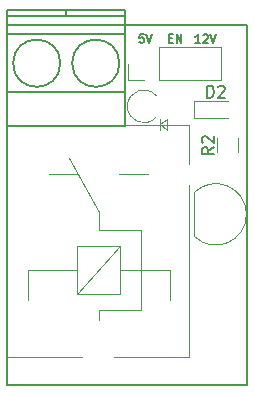
<source format=gto>
G04 #@! TF.FileFunction,Legend,Top*
%FSLAX46Y46*%
G04 Gerber Fmt 4.6, Leading zero omitted, Abs format (unit mm)*
G04 Created by KiCad (PCBNEW 4.0.6+dfsg1-1) date Mon Feb 26 15:54:24 2018*
%MOMM*%
%LPD*%
G01*
G04 APERTURE LIST*
%ADD10C,0.100000*%
%ADD11C,0.175000*%
%ADD12C,0.200000*%
%ADD13C,0.120000*%
%ADD14C,0.150000*%
G04 APERTURE END LIST*
D10*
D11*
X11621787Y29796533D02*
X11288454Y29796533D01*
X11255120Y29463200D01*
X11288454Y29496533D01*
X11355120Y29529867D01*
X11521787Y29529867D01*
X11588454Y29496533D01*
X11621787Y29463200D01*
X11655120Y29396533D01*
X11655120Y29229867D01*
X11621787Y29163200D01*
X11588454Y29129867D01*
X11521787Y29096533D01*
X11355120Y29096533D01*
X11288454Y29129867D01*
X11255120Y29163200D01*
X11855121Y29796533D02*
X12088454Y29096533D01*
X12321787Y29796533D01*
X13778454Y29463200D02*
X14011787Y29463200D01*
X14111787Y29096533D02*
X13778454Y29096533D01*
X13778454Y29796533D01*
X14111787Y29796533D01*
X14411787Y29096533D02*
X14411787Y29796533D01*
X14811787Y29096533D01*
X14811787Y29796533D01*
X16401786Y29096533D02*
X16001786Y29096533D01*
X16201786Y29096533D02*
X16201786Y29796533D01*
X16135120Y29696533D01*
X16068453Y29629867D01*
X16001786Y29596533D01*
X16668453Y29729867D02*
X16701787Y29763200D01*
X16768453Y29796533D01*
X16935120Y29796533D01*
X17001787Y29763200D01*
X17035120Y29729867D01*
X17068453Y29663200D01*
X17068453Y29596533D01*
X17035120Y29496533D01*
X16635120Y29096533D01*
X17068453Y29096533D01*
X17268454Y29796533D02*
X17501787Y29096533D01*
X17735120Y29796533D01*
D12*
X71120Y76200D02*
X20391120Y76200D01*
X20391120Y76200D02*
X20391120Y30556200D01*
X20391120Y30556200D02*
X71120Y30556200D01*
X71120Y30556200D02*
X71120Y76200D01*
D13*
X12658753Y22764930D02*
G75*
G02X12687931Y24598200I-1030633J933270D01*
G01*
X13025120Y22618200D02*
X13025120Y21729200D01*
X13025120Y22173700D02*
X13617787Y22618200D01*
X13617787Y22618200D02*
X13617787Y21729200D01*
X13617787Y21729200D02*
X13025120Y22173700D01*
X12961620Y25927700D02*
X18161620Y25927700D01*
X18161620Y25927700D02*
X18161620Y28707700D01*
X18161620Y28707700D02*
X12961620Y28707700D01*
X12961620Y28707700D02*
X12961620Y25927700D01*
X11691620Y25927700D02*
X10301620Y25927700D01*
X10301620Y25927700D02*
X10301620Y27317700D01*
D14*
X5064120Y31354200D02*
X5064120Y31854200D01*
X4564120Y27354200D02*
G75*
G03X4564120Y27354200I-2000000J0D01*
G01*
X9564120Y27354200D02*
G75*
G03X9564120Y27354200I-2000000J0D01*
G01*
X10064120Y29854200D02*
X64120Y29854200D01*
X10064120Y24954200D02*
X64120Y24954200D01*
X10064120Y31354200D02*
X64120Y31354200D01*
X10064120Y31854200D02*
X64120Y31854200D01*
X64120Y31854200D02*
X64120Y22054200D01*
X64120Y22054200D02*
X10064120Y22054200D01*
X10064120Y22054200D02*
X10064120Y31854200D01*
D13*
X15467320Y18784600D02*
X15467320Y22084600D01*
X15467320Y22084600D02*
X67320Y22084600D01*
X67320Y22084600D02*
X67320Y18734600D01*
X9117320Y2484600D02*
X15467320Y2484600D01*
X15467320Y2484600D02*
X15467320Y17034600D01*
X6367320Y2484600D02*
X67320Y2484600D01*
X67320Y2484600D02*
X67320Y17234600D01*
X117320Y2484600D02*
X6367320Y2484600D01*
X11967320Y17934600D02*
X9517320Y17934600D01*
X3567320Y17934600D02*
X6067320Y17934600D01*
X13817320Y7334600D02*
X13817320Y9834600D01*
X7817320Y6434600D02*
X7817320Y5634600D01*
X1817320Y9834600D02*
X1817320Y7334600D01*
X7817320Y13234600D02*
X7817320Y14734600D01*
X7817320Y14734600D02*
X5317320Y19334600D01*
X11417320Y13234600D02*
X11417320Y6434600D01*
X7817320Y13234600D02*
X11417320Y13234600D01*
X7817320Y6434600D02*
X11417320Y6434600D01*
X1817320Y9834600D02*
X6017320Y9834600D01*
X9617320Y9834600D02*
X13817320Y9834600D01*
X9617320Y11834600D02*
X6017320Y7834600D01*
X9617320Y7834600D02*
X6017320Y7834600D01*
X6017320Y7834600D02*
X6017320Y11834600D01*
X6017320Y11834600D02*
X9617320Y11834600D01*
X9617320Y11834600D02*
X9617320Y7834600D01*
X15874120Y16354200D02*
X15874120Y12754200D01*
X15885642Y16392678D02*
G75*
G02X20324120Y14554200I1838478J-1838478D01*
G01*
X15885642Y12715722D02*
G75*
G03X20324120Y14554200I1838478J1838478D01*
G01*
X15924120Y24144200D02*
X15924120Y22744200D01*
X15924120Y22744200D02*
X18724120Y22744200D01*
X15924120Y24144200D02*
X18724120Y24144200D01*
X19620120Y20996200D02*
X19620120Y19796200D01*
X17860120Y19796200D02*
X17860120Y20996200D01*
D14*
X16986025Y24441819D02*
X16986025Y25441819D01*
X17224120Y25441819D01*
X17366978Y25394200D01*
X17462216Y25298962D01*
X17509835Y25203724D01*
X17557454Y25013248D01*
X17557454Y24870390D01*
X17509835Y24679914D01*
X17462216Y24584676D01*
X17366978Y24489438D01*
X17224120Y24441819D01*
X16986025Y24441819D01*
X17938406Y25346581D02*
X17986025Y25394200D01*
X18081263Y25441819D01*
X18319359Y25441819D01*
X18414597Y25394200D01*
X18462216Y25346581D01*
X18509835Y25251343D01*
X18509835Y25156105D01*
X18462216Y25013248D01*
X17890787Y24441819D01*
X18509835Y24441819D01*
X17542501Y20229534D02*
X17066310Y19896200D01*
X17542501Y19658105D02*
X16542501Y19658105D01*
X16542501Y20039058D01*
X16590120Y20134296D01*
X16637739Y20181915D01*
X16732977Y20229534D01*
X16875834Y20229534D01*
X16971072Y20181915D01*
X17018691Y20134296D01*
X17066310Y20039058D01*
X17066310Y19658105D01*
X16637739Y20610486D02*
X16590120Y20658105D01*
X16542501Y20753343D01*
X16542501Y20991439D01*
X16590120Y21086677D01*
X16637739Y21134296D01*
X16732977Y21181915D01*
X16828215Y21181915D01*
X16971072Y21134296D01*
X17542501Y20562867D01*
X17542501Y21181915D01*
M02*

</source>
